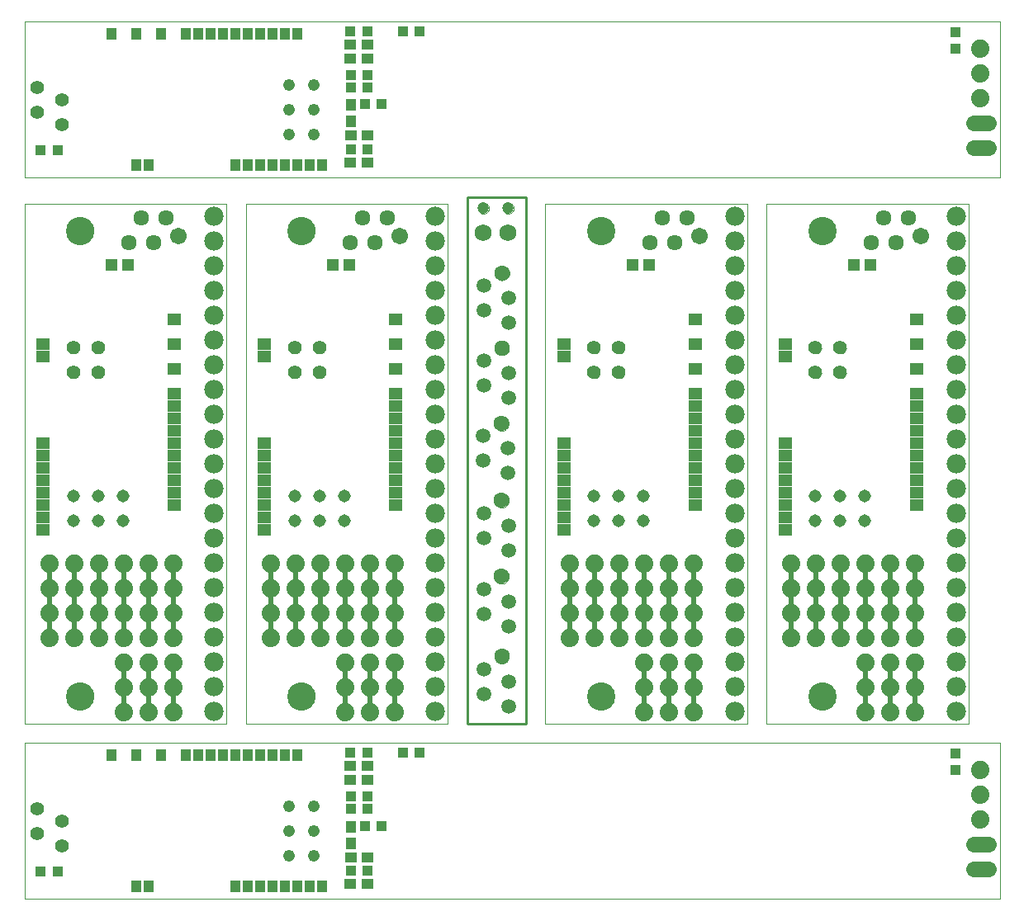
<source format=gts>
G75*
G70*
%OFA0B0*%
%FSLAX25Y25*%
%IPPOS*%
%LPD*%
%AMOC8*
5,1,8,0,0,1.08239X$1,22.5*
%
%ADD11C,0.06900*%
%ADD15C,0.05600*%
%ADD20C,0.07800*%
%ADD21C,0.06310*%
%ADD22R,0.04300X0.04400*%
%ADD24C,0.05520*%
%ADD25C,0.01000*%
%ADD27C,0.05940*%
%ADD32C,0.06400*%
%ADD35R,0.04730X0.04340*%
%ADD36R,0.04400X0.04300*%
%ADD40C,0.07400*%
%ADD42C,0.05160*%
%ADD46C,0.04760*%
%ADD52R,0.04340X0.04730*%
%ADD53C,0.06340*%
%ADD54C,0.11430*%
%ADD55R,0.04340X0.05120*%
%ADD56C,0.06710*%
%ADD61C,0.04730*%
%ADD62C,0.00000*%
%ADD66R,0.02000X0.03000*%
%ADD68R,0.05520X0.04740*%
%ADD69R,0.04700X0.04800*%
X0010000Y0012000D02*
G75*
%LPD*%
D62*
X0010000Y0012000D02*
X0403700Y0012000D01*
X0403700Y0074990D01*
X0010000Y0074990D01*
X0010000Y0012000D01*
D55*
X0055200Y0017180D03*
X0060200Y0017180D03*
X0095200Y0017180D03*
X0100200Y0017180D03*
X0105200Y0017180D03*
X0110200Y0017180D03*
X0115200Y0017180D03*
X0120200Y0017180D03*
X0125200Y0017180D03*
X0130200Y0017180D03*
X0120200Y0070180D03*
X0115200Y0070180D03*
X0110200Y0070180D03*
X0105200Y0070180D03*
X0100200Y0070180D03*
X0095200Y0070180D03*
X0090200Y0070180D03*
X0085200Y0070180D03*
X0080200Y0070180D03*
X0075200Y0070180D03*
X0065200Y0070180D03*
X0055200Y0070180D03*
X0045200Y0070180D03*
D46*
X0116700Y0049400D03*
X0126700Y0049400D03*
X0126700Y0039400D03*
X0116700Y0039400D03*
X0116700Y0029400D03*
X0126700Y0029400D03*
D22*
X0141810Y0023500D03*
X0148500Y0023500D03*
X0147330Y0041620D03*
X0154030Y0041620D03*
X0148500Y0048450D03*
X0141810Y0048450D03*
X0141770Y0053350D03*
X0148460Y0053350D03*
X0148340Y0071000D03*
X0141650Y0071000D03*
X0162920Y0071130D03*
X0169610Y0071130D03*
X0023340Y0023000D03*
X0016650Y0023000D03*
D15*
X0025000Y0033500D03*
X0015000Y0038500D03*
X0025000Y0043500D03*
X0015000Y0048500D03*
D36*
X0385800Y0064100D03*
X0385800Y0070790D03*
D32*
X0393030Y0034000D02*
X0399030Y0034000D01*
X0399030Y0024000D02*
X0393030Y0024000D01*
D35*
X0148420Y0028910D03*
X0141730Y0028910D03*
X0141650Y0018000D03*
X0148340Y0018000D03*
X0148340Y0060000D03*
X0141650Y0060000D03*
X0141650Y0065790D03*
X0148340Y0065790D03*
D52*
X0141700Y0041260D03*
X0141700Y0034570D03*
D40*
X0395980Y0044010D03*
X0395980Y0054010D03*
X0395980Y0064010D03*
X0010000Y0082970D02*
G75*
%LPD*%
D62*
X0091500Y0082970D02*
X0010000Y0082970D01*
X0010000Y0292970D01*
X0091500Y0292970D01*
X0091500Y0082970D01*
X0039700Y0222310D02*
X0039400Y0222330D01*
X0039100Y0222390D01*
X0038810Y0222480D01*
X0038540Y0222610D01*
X0038290Y0222780D01*
X0038060Y0222970D01*
X0037850Y0223200D01*
X0037680Y0223450D01*
X0037540Y0223710D01*
X0037440Y0224000D01*
X0037370Y0224290D01*
X0037340Y0224590D01*
X0037350Y0224900D01*
X0037400Y0225200D01*
X0037490Y0225490D01*
X0037610Y0225760D01*
X0037760Y0226020D01*
X0037950Y0226260D01*
X0038170Y0226470D01*
X0038410Y0226650D01*
X0038680Y0226800D01*
X0038960Y0226910D01*
X0039250Y0226990D01*
X0039550Y0227030D01*
X0039850Y0227030D01*
X0040150Y0226990D01*
X0040440Y0226910D01*
X0040720Y0226800D01*
X0040990Y0226650D01*
X0041230Y0226470D01*
X0041450Y0226260D01*
X0041640Y0226020D01*
X0041790Y0225760D01*
X0041910Y0225490D01*
X0042000Y0225200D01*
X0042050Y0224900D01*
X0042060Y0224590D01*
X0042030Y0224290D01*
X0041960Y0224000D01*
X0041860Y0223710D01*
X0041720Y0223450D01*
X0041550Y0223200D01*
X0041340Y0222970D01*
X0041110Y0222780D01*
X0040860Y0222610D01*
X0040590Y0222480D01*
X0040300Y0222390D01*
X0040000Y0222330D01*
X0039700Y0222310D01*
X0039700Y0232310D02*
X0039400Y0232330D01*
X0039100Y0232390D01*
X0038810Y0232480D01*
X0038540Y0232610D01*
X0038290Y0232780D01*
X0038060Y0232970D01*
X0037850Y0233200D01*
X0037680Y0233450D01*
X0037540Y0233710D01*
X0037440Y0234000D01*
X0037370Y0234290D01*
X0037340Y0234590D01*
X0037350Y0234900D01*
X0037400Y0235200D01*
X0037490Y0235490D01*
X0037610Y0235760D01*
X0037760Y0236020D01*
X0037950Y0236260D01*
X0038170Y0236470D01*
X0038410Y0236650D01*
X0038680Y0236800D01*
X0038960Y0236910D01*
X0039250Y0236990D01*
X0039550Y0237030D01*
X0039850Y0237030D01*
X0040150Y0236990D01*
X0040440Y0236910D01*
X0040720Y0236800D01*
X0040990Y0236650D01*
X0041230Y0236470D01*
X0041450Y0236260D01*
X0041640Y0236020D01*
X0041790Y0235760D01*
X0041910Y0235490D01*
X0042000Y0235200D01*
X0042050Y0234900D01*
X0042060Y0234590D01*
X0042030Y0234290D01*
X0041960Y0234000D01*
X0041860Y0233710D01*
X0041720Y0233450D01*
X0041550Y0233200D01*
X0041340Y0232970D01*
X0041110Y0232780D01*
X0040860Y0232610D01*
X0040590Y0232480D01*
X0040300Y0232390D01*
X0040000Y0232330D01*
X0039700Y0232310D01*
X0029700Y0232310D02*
X0029400Y0232330D01*
X0029100Y0232390D01*
X0028810Y0232480D01*
X0028540Y0232610D01*
X0028290Y0232780D01*
X0028060Y0232970D01*
X0027850Y0233200D01*
X0027680Y0233450D01*
X0027540Y0233710D01*
X0027440Y0234000D01*
X0027370Y0234290D01*
X0027340Y0234590D01*
X0027350Y0234900D01*
X0027400Y0235200D01*
X0027490Y0235490D01*
X0027610Y0235760D01*
X0027760Y0236020D01*
X0027950Y0236260D01*
X0028170Y0236470D01*
X0028410Y0236650D01*
X0028680Y0236800D01*
X0028960Y0236910D01*
X0029250Y0236990D01*
X0029550Y0237030D01*
X0029850Y0237030D01*
X0030150Y0236990D01*
X0030440Y0236910D01*
X0030720Y0236800D01*
X0030990Y0236650D01*
X0031230Y0236470D01*
X0031450Y0236260D01*
X0031640Y0236020D01*
X0031790Y0235760D01*
X0031910Y0235490D01*
X0032000Y0235200D01*
X0032050Y0234900D01*
X0032060Y0234590D01*
X0032030Y0234290D01*
X0031960Y0234000D01*
X0031860Y0233710D01*
X0031720Y0233450D01*
X0031550Y0233200D01*
X0031340Y0232970D01*
X0031110Y0232780D01*
X0030860Y0232610D01*
X0030590Y0232480D01*
X0030300Y0232390D01*
X0030000Y0232330D01*
X0029700Y0232310D01*
X0029700Y0222310D02*
X0029400Y0222330D01*
X0029100Y0222390D01*
X0028810Y0222480D01*
X0028540Y0222610D01*
X0028290Y0222780D01*
X0028060Y0222970D01*
X0027850Y0223200D01*
X0027680Y0223450D01*
X0027540Y0223710D01*
X0027440Y0224000D01*
X0027370Y0224290D01*
X0027340Y0224590D01*
X0027350Y0224900D01*
X0027400Y0225200D01*
X0027490Y0225490D01*
X0027610Y0225760D01*
X0027760Y0226020D01*
X0027950Y0226260D01*
X0028170Y0226470D01*
X0028410Y0226650D01*
X0028680Y0226800D01*
X0028960Y0226910D01*
X0029250Y0226990D01*
X0029550Y0227030D01*
X0029850Y0227030D01*
X0030150Y0226990D01*
X0030440Y0226910D01*
X0030720Y0226800D01*
X0030990Y0226650D01*
X0031230Y0226470D01*
X0031450Y0226260D01*
X0031640Y0226020D01*
X0031790Y0225760D01*
X0031910Y0225490D01*
X0032000Y0225200D01*
X0032050Y0224900D01*
X0032060Y0224590D01*
X0032030Y0224290D01*
X0031960Y0224000D01*
X0031860Y0223710D01*
X0031720Y0223450D01*
X0031550Y0223200D01*
X0031340Y0222970D01*
X0031110Y0222780D01*
X0030860Y0222610D01*
X0030590Y0222480D01*
X0030300Y0222390D01*
X0030000Y0222330D01*
X0029700Y0222310D01*
X0032500Y0276660D02*
X0032040Y0276680D01*
X0031590Y0276740D01*
X0031140Y0276840D01*
X0030710Y0276970D01*
X0030280Y0277140D01*
X0029880Y0277350D01*
X0029490Y0277590D01*
X0029130Y0277870D01*
X0028790Y0278180D01*
X0028470Y0278510D01*
X0028190Y0278870D01*
X0027940Y0279250D01*
X0027720Y0279650D01*
X0027540Y0280070D01*
X0027400Y0280500D01*
X0027290Y0280950D01*
X0027220Y0281400D01*
X0027190Y0281860D01*
X0027200Y0282310D01*
X0027250Y0282770D01*
X0027340Y0283220D01*
X0027460Y0283650D01*
X0027630Y0284080D01*
X0027830Y0284490D01*
X0028060Y0284880D01*
X0028330Y0285260D01*
X0028630Y0285600D01*
X0028950Y0285920D01*
X0029310Y0286210D01*
X0029680Y0286470D01*
X0030080Y0286700D01*
X0030490Y0286890D01*
X0030920Y0287040D01*
X0031370Y0287160D01*
X0031820Y0287240D01*
X0032270Y0287280D01*
X0032730Y0287280D01*
X0033180Y0287240D01*
X0033630Y0287160D01*
X0034080Y0287040D01*
X0034510Y0286890D01*
X0034920Y0286700D01*
X0035320Y0286470D01*
X0035690Y0286210D01*
X0036050Y0285920D01*
X0036370Y0285600D01*
X0036670Y0285260D01*
X0036940Y0284880D01*
X0037170Y0284490D01*
X0037370Y0284080D01*
X0037540Y0283650D01*
X0037660Y0283220D01*
X0037750Y0282770D01*
X0037800Y0282310D01*
X0037810Y0281860D01*
X0037780Y0281400D01*
X0037710Y0280950D01*
X0037600Y0280500D01*
X0037460Y0280070D01*
X0037280Y0279650D01*
X0037060Y0279250D01*
X0036810Y0278870D01*
X0036530Y0278510D01*
X0036210Y0278180D01*
X0035870Y0277870D01*
X0035510Y0277590D01*
X0035120Y0277350D01*
X0034720Y0277140D01*
X0034290Y0276970D01*
X0033860Y0276840D01*
X0033410Y0276740D01*
X0032960Y0276680D01*
X0032500Y0276660D01*
X0072200Y0276910D02*
X0071860Y0276930D01*
X0071520Y0276990D01*
X0071190Y0277090D01*
X0070880Y0277220D01*
X0070580Y0277400D01*
X0070300Y0277600D01*
X0070050Y0277840D01*
X0069830Y0278100D01*
X0069650Y0278380D01*
X0069490Y0278690D01*
X0069370Y0279010D01*
X0069290Y0279350D01*
X0069250Y0279690D01*
X0069250Y0280030D01*
X0069290Y0280370D01*
X0069370Y0280710D01*
X0069490Y0281030D01*
X0069650Y0281330D01*
X0069830Y0281620D01*
X0070050Y0281880D01*
X0070300Y0282120D01*
X0070580Y0282320D01*
X0070880Y0282500D01*
X0071190Y0282630D01*
X0071520Y0282730D01*
X0071860Y0282790D01*
X0072200Y0282810D01*
X0072540Y0282790D01*
X0072880Y0282730D01*
X0073210Y0282630D01*
X0073520Y0282500D01*
X0073820Y0282320D01*
X0074100Y0282120D01*
X0074350Y0281880D01*
X0074570Y0281620D01*
X0074750Y0281340D01*
X0074910Y0281030D01*
X0075030Y0280710D01*
X0075110Y0280370D01*
X0075150Y0280030D01*
X0075150Y0279690D01*
X0075110Y0279350D01*
X0075030Y0279010D01*
X0074910Y0278690D01*
X0074750Y0278380D01*
X0074570Y0278100D01*
X0074350Y0277840D01*
X0074100Y0277600D01*
X0073820Y0277400D01*
X0073520Y0277220D01*
X0073210Y0277090D01*
X0072880Y0276990D01*
X0072540Y0276930D01*
X0072200Y0276910D01*
X0032500Y0088660D02*
X0032040Y0088680D01*
X0031590Y0088740D01*
X0031140Y0088840D01*
X0030710Y0088970D01*
X0030280Y0089140D01*
X0029880Y0089350D01*
X0029490Y0089590D01*
X0029130Y0089870D01*
X0028790Y0090180D01*
X0028470Y0090510D01*
X0028190Y0090870D01*
X0027940Y0091250D01*
X0027720Y0091650D01*
X0027540Y0092070D01*
X0027400Y0092500D01*
X0027290Y0092950D01*
X0027220Y0093400D01*
X0027190Y0093860D01*
X0027200Y0094310D01*
X0027250Y0094770D01*
X0027340Y0095220D01*
X0027460Y0095650D01*
X0027630Y0096080D01*
X0027830Y0096490D01*
X0028060Y0096880D01*
X0028330Y0097260D01*
X0028630Y0097600D01*
X0028950Y0097920D01*
X0029310Y0098210D01*
X0029680Y0098470D01*
X0030080Y0098700D01*
X0030490Y0098890D01*
X0030920Y0099040D01*
X0031370Y0099160D01*
X0031820Y0099240D01*
X0032270Y0099280D01*
X0032730Y0099280D01*
X0033180Y0099240D01*
X0033630Y0099160D01*
X0034080Y0099040D01*
X0034510Y0098890D01*
X0034920Y0098700D01*
X0035320Y0098470D01*
X0035690Y0098210D01*
X0036050Y0097920D01*
X0036370Y0097600D01*
X0036670Y0097260D01*
X0036940Y0096880D01*
X0037170Y0096490D01*
X0037370Y0096080D01*
X0037540Y0095650D01*
X0037660Y0095220D01*
X0037750Y0094770D01*
X0037800Y0094310D01*
X0037810Y0093860D01*
X0037780Y0093400D01*
X0037710Y0092950D01*
X0037600Y0092500D01*
X0037460Y0092070D01*
X0037280Y0091650D01*
X0037060Y0091250D01*
X0036810Y0090870D01*
X0036530Y0090510D01*
X0036210Y0090180D01*
X0035870Y0089870D01*
X0035510Y0089590D01*
X0035120Y0089350D01*
X0034720Y0089140D01*
X0034290Y0088970D01*
X0033860Y0088840D01*
X0033410Y0088740D01*
X0032960Y0088680D01*
X0032500Y0088660D01*
D54*
X0032500Y0093970D03*
X0032500Y0281970D03*
D66*
X0030000Y0142470D03*
X0030000Y0132470D03*
X0030000Y0122470D03*
X0020000Y0122470D03*
X0020000Y0132470D03*
X0020000Y0142470D03*
X0040000Y0142470D03*
X0040000Y0132470D03*
X0040000Y0122470D03*
X0050000Y0122470D03*
X0050000Y0132470D03*
X0050000Y0142470D03*
X0060000Y0142470D03*
X0060000Y0132470D03*
X0060000Y0122470D03*
X0060000Y0102470D03*
X0060000Y0092470D03*
X0070000Y0092470D03*
X0070000Y0102470D03*
X0070000Y0122470D03*
X0070000Y0132470D03*
X0070000Y0142470D03*
X0050000Y0102470D03*
X0050000Y0092470D03*
D20*
X0086500Y0087970D03*
X0086500Y0097970D03*
X0086500Y0107970D03*
X0086500Y0117970D03*
X0086500Y0127970D03*
X0086500Y0137970D03*
X0086500Y0147970D03*
X0086500Y0157970D03*
X0086500Y0167970D03*
X0086500Y0177970D03*
X0086500Y0187970D03*
X0086500Y0197970D03*
X0086500Y0207970D03*
X0086500Y0217970D03*
X0086500Y0227970D03*
X0086500Y0237970D03*
X0086500Y0247970D03*
X0086500Y0257970D03*
X0086500Y0267970D03*
X0086500Y0277970D03*
X0086500Y0287970D03*
D68*
X0070480Y0246170D03*
X0070480Y0236170D03*
X0070480Y0226170D03*
X0070480Y0216170D03*
X0070480Y0211170D03*
X0070480Y0206170D03*
X0070480Y0201170D03*
X0070480Y0196170D03*
X0070480Y0191170D03*
X0070480Y0186170D03*
X0070480Y0181170D03*
X0070480Y0176170D03*
X0070480Y0171170D03*
X0017480Y0171170D03*
X0017480Y0166170D03*
X0017480Y0161170D03*
X0017480Y0176170D03*
X0017480Y0181170D03*
X0017480Y0186170D03*
X0017480Y0191170D03*
X0017480Y0196170D03*
X0017480Y0231170D03*
X0017480Y0236170D03*
D24*
X0029700Y0234670D03*
X0029700Y0224670D03*
X0039700Y0224670D03*
X0039700Y0234670D03*
D42*
X0039700Y0174670D03*
X0039700Y0164670D03*
X0029700Y0164670D03*
X0029700Y0174670D03*
X0049700Y0174670D03*
X0049700Y0164670D03*
D69*
X0051850Y0268270D03*
X0045160Y0268270D03*
D53*
X0052100Y0277070D03*
X0057100Y0287070D03*
X0062100Y0277070D03*
X0067100Y0287070D03*
D56*
X0072200Y0279860D03*
D40*
X0070000Y0147470D03*
X0070000Y0137470D03*
X0070000Y0127470D03*
X0070000Y0117470D03*
X0070000Y0107470D03*
X0070000Y0097470D03*
X0070000Y0087470D03*
X0060000Y0087470D03*
X0060000Y0097470D03*
X0060000Y0107470D03*
X0060000Y0117470D03*
X0060000Y0127470D03*
X0060000Y0137470D03*
X0060000Y0147470D03*
X0050000Y0147470D03*
X0050000Y0137470D03*
X0050000Y0127470D03*
X0050000Y0117470D03*
X0050000Y0107470D03*
X0050000Y0097470D03*
X0050000Y0087470D03*
X0040000Y0117470D03*
X0040000Y0127470D03*
X0040000Y0137470D03*
X0040000Y0147470D03*
X0030000Y0147470D03*
X0030000Y0137470D03*
X0030000Y0127470D03*
X0030000Y0117470D03*
X0020000Y0117470D03*
X0020000Y0127470D03*
X0020000Y0137470D03*
X0020000Y0147470D03*
X0099370Y0082970D02*
G75*
%LPD*%
D62*
X0180870Y0082970D02*
X0099370Y0082970D01*
X0099370Y0292970D01*
X0180870Y0292970D01*
X0180870Y0082970D01*
X0129070Y0222310D02*
X0128770Y0222330D01*
X0128470Y0222390D01*
X0128180Y0222480D01*
X0127910Y0222610D01*
X0127660Y0222780D01*
X0127430Y0222970D01*
X0127220Y0223200D01*
X0127050Y0223450D01*
X0126910Y0223710D01*
X0126810Y0224000D01*
X0126740Y0224290D01*
X0126710Y0224590D01*
X0126720Y0224900D01*
X0126770Y0225200D01*
X0126860Y0225490D01*
X0126980Y0225760D01*
X0127130Y0226020D01*
X0127320Y0226260D01*
X0127540Y0226470D01*
X0127780Y0226650D01*
X0128050Y0226800D01*
X0128330Y0226910D01*
X0128620Y0226990D01*
X0128920Y0227030D01*
X0129220Y0227030D01*
X0129520Y0226990D01*
X0129810Y0226910D01*
X0130090Y0226800D01*
X0130360Y0226650D01*
X0130600Y0226470D01*
X0130820Y0226260D01*
X0131010Y0226020D01*
X0131160Y0225760D01*
X0131280Y0225490D01*
X0131370Y0225200D01*
X0131420Y0224900D01*
X0131430Y0224590D01*
X0131400Y0224290D01*
X0131330Y0224000D01*
X0131230Y0223710D01*
X0131090Y0223450D01*
X0130920Y0223200D01*
X0130710Y0222970D01*
X0130480Y0222780D01*
X0130230Y0222610D01*
X0129960Y0222480D01*
X0129670Y0222390D01*
X0129370Y0222330D01*
X0129070Y0222310D01*
X0129070Y0232310D02*
X0128770Y0232330D01*
X0128470Y0232390D01*
X0128180Y0232480D01*
X0127910Y0232610D01*
X0127660Y0232780D01*
X0127430Y0232970D01*
X0127220Y0233200D01*
X0127050Y0233450D01*
X0126910Y0233710D01*
X0126810Y0234000D01*
X0126740Y0234290D01*
X0126710Y0234590D01*
X0126720Y0234900D01*
X0126770Y0235200D01*
X0126860Y0235490D01*
X0126980Y0235760D01*
X0127130Y0236020D01*
X0127320Y0236260D01*
X0127540Y0236470D01*
X0127780Y0236650D01*
X0128050Y0236800D01*
X0128330Y0236910D01*
X0128620Y0236990D01*
X0128920Y0237030D01*
X0129220Y0237030D01*
X0129520Y0236990D01*
X0129810Y0236910D01*
X0130090Y0236800D01*
X0130360Y0236650D01*
X0130600Y0236470D01*
X0130820Y0236260D01*
X0131010Y0236020D01*
X0131160Y0235760D01*
X0131280Y0235490D01*
X0131370Y0235200D01*
X0131420Y0234900D01*
X0131430Y0234590D01*
X0131400Y0234290D01*
X0131330Y0234000D01*
X0131230Y0233710D01*
X0131090Y0233450D01*
X0130920Y0233200D01*
X0130710Y0232970D01*
X0130480Y0232780D01*
X0130230Y0232610D01*
X0129960Y0232480D01*
X0129670Y0232390D01*
X0129370Y0232330D01*
X0129070Y0232310D01*
X0119070Y0232310D02*
X0118770Y0232330D01*
X0118470Y0232390D01*
X0118180Y0232480D01*
X0117910Y0232610D01*
X0117660Y0232780D01*
X0117430Y0232970D01*
X0117220Y0233200D01*
X0117050Y0233450D01*
X0116910Y0233710D01*
X0116810Y0234000D01*
X0116740Y0234290D01*
X0116710Y0234590D01*
X0116720Y0234900D01*
X0116770Y0235200D01*
X0116860Y0235490D01*
X0116980Y0235760D01*
X0117130Y0236020D01*
X0117320Y0236260D01*
X0117540Y0236470D01*
X0117780Y0236650D01*
X0118050Y0236800D01*
X0118330Y0236910D01*
X0118620Y0236990D01*
X0118920Y0237030D01*
X0119220Y0237030D01*
X0119520Y0236990D01*
X0119810Y0236910D01*
X0120090Y0236800D01*
X0120360Y0236650D01*
X0120600Y0236470D01*
X0120820Y0236260D01*
X0121010Y0236020D01*
X0121160Y0235760D01*
X0121280Y0235490D01*
X0121370Y0235200D01*
X0121420Y0234900D01*
X0121430Y0234590D01*
X0121400Y0234290D01*
X0121330Y0234000D01*
X0121230Y0233710D01*
X0121090Y0233450D01*
X0120920Y0233200D01*
X0120710Y0232970D01*
X0120480Y0232780D01*
X0120230Y0232610D01*
X0119960Y0232480D01*
X0119670Y0232390D01*
X0119370Y0232330D01*
X0119070Y0232310D01*
X0119070Y0222310D02*
X0118770Y0222330D01*
X0118470Y0222390D01*
X0118180Y0222480D01*
X0117910Y0222610D01*
X0117660Y0222780D01*
X0117430Y0222970D01*
X0117220Y0223200D01*
X0117050Y0223450D01*
X0116910Y0223710D01*
X0116810Y0224000D01*
X0116740Y0224290D01*
X0116710Y0224590D01*
X0116720Y0224900D01*
X0116770Y0225200D01*
X0116860Y0225490D01*
X0116980Y0225760D01*
X0117130Y0226020D01*
X0117320Y0226260D01*
X0117540Y0226470D01*
X0117780Y0226650D01*
X0118050Y0226800D01*
X0118330Y0226910D01*
X0118620Y0226990D01*
X0118920Y0227030D01*
X0119220Y0227030D01*
X0119520Y0226990D01*
X0119810Y0226910D01*
X0120090Y0226800D01*
X0120360Y0226650D01*
X0120600Y0226470D01*
X0120820Y0226260D01*
X0121010Y0226020D01*
X0121160Y0225760D01*
X0121280Y0225490D01*
X0121370Y0225200D01*
X0121420Y0224900D01*
X0121430Y0224590D01*
X0121400Y0224290D01*
X0121330Y0224000D01*
X0121230Y0223710D01*
X0121090Y0223450D01*
X0120920Y0223200D01*
X0120710Y0222970D01*
X0120480Y0222780D01*
X0120230Y0222610D01*
X0119960Y0222480D01*
X0119670Y0222390D01*
X0119370Y0222330D01*
X0119070Y0222310D01*
X0121870Y0276660D02*
X0121410Y0276680D01*
X0120960Y0276740D01*
X0120510Y0276840D01*
X0120080Y0276970D01*
X0119650Y0277140D01*
X0119250Y0277350D01*
X0118860Y0277590D01*
X0118500Y0277870D01*
X0118160Y0278180D01*
X0117840Y0278510D01*
X0117560Y0278870D01*
X0117310Y0279250D01*
X0117090Y0279650D01*
X0116910Y0280070D01*
X0116770Y0280500D01*
X0116660Y0280950D01*
X0116590Y0281400D01*
X0116560Y0281860D01*
X0116570Y0282310D01*
X0116620Y0282770D01*
X0116710Y0283220D01*
X0116830Y0283650D01*
X0117000Y0284080D01*
X0117200Y0284490D01*
X0117430Y0284880D01*
X0117700Y0285260D01*
X0118000Y0285600D01*
X0118320Y0285920D01*
X0118680Y0286210D01*
X0119050Y0286470D01*
X0119450Y0286700D01*
X0119860Y0286890D01*
X0120290Y0287040D01*
X0120740Y0287160D01*
X0121190Y0287240D01*
X0121640Y0287280D01*
X0122100Y0287280D01*
X0122550Y0287240D01*
X0123000Y0287160D01*
X0123450Y0287040D01*
X0123880Y0286890D01*
X0124290Y0286700D01*
X0124690Y0286470D01*
X0125060Y0286210D01*
X0125420Y0285920D01*
X0125740Y0285600D01*
X0126040Y0285260D01*
X0126310Y0284880D01*
X0126540Y0284490D01*
X0126740Y0284080D01*
X0126910Y0283650D01*
X0127030Y0283220D01*
X0127120Y0282770D01*
X0127170Y0282310D01*
X0127180Y0281860D01*
X0127150Y0281400D01*
X0127080Y0280950D01*
X0126970Y0280500D01*
X0126830Y0280070D01*
X0126650Y0279650D01*
X0126430Y0279250D01*
X0126180Y0278870D01*
X0125900Y0278510D01*
X0125580Y0278180D01*
X0125240Y0277870D01*
X0124880Y0277590D01*
X0124490Y0277350D01*
X0124090Y0277140D01*
X0123660Y0276970D01*
X0123230Y0276840D01*
X0122780Y0276740D01*
X0122330Y0276680D01*
X0121870Y0276660D01*
X0161570Y0276910D02*
X0161230Y0276930D01*
X0160890Y0276990D01*
X0160560Y0277090D01*
X0160250Y0277220D01*
X0159950Y0277400D01*
X0159670Y0277600D01*
X0159420Y0277840D01*
X0159200Y0278100D01*
X0159020Y0278380D01*
X0158860Y0278690D01*
X0158740Y0279010D01*
X0158660Y0279350D01*
X0158620Y0279690D01*
X0158620Y0280030D01*
X0158660Y0280370D01*
X0158740Y0280710D01*
X0158860Y0281030D01*
X0159020Y0281330D01*
X0159200Y0281620D01*
X0159420Y0281880D01*
X0159670Y0282120D01*
X0159950Y0282320D01*
X0160250Y0282500D01*
X0160560Y0282630D01*
X0160890Y0282730D01*
X0161230Y0282790D01*
X0161570Y0282810D01*
X0161910Y0282790D01*
X0162250Y0282730D01*
X0162580Y0282630D01*
X0162890Y0282500D01*
X0163190Y0282320D01*
X0163470Y0282120D01*
X0163720Y0281880D01*
X0163940Y0281620D01*
X0164120Y0281340D01*
X0164280Y0281030D01*
X0164400Y0280710D01*
X0164480Y0280370D01*
X0164520Y0280030D01*
X0164520Y0279690D01*
X0164480Y0279350D01*
X0164400Y0279010D01*
X0164280Y0278690D01*
X0164120Y0278380D01*
X0163940Y0278100D01*
X0163720Y0277840D01*
X0163470Y0277600D01*
X0163190Y0277400D01*
X0162890Y0277220D01*
X0162580Y0277090D01*
X0162250Y0276990D01*
X0161910Y0276930D01*
X0161570Y0276910D01*
X0121870Y0088660D02*
X0121410Y0088680D01*
X0120960Y0088740D01*
X0120510Y0088840D01*
X0120080Y0088970D01*
X0119650Y0089140D01*
X0119250Y0089350D01*
X0118860Y0089590D01*
X0118500Y0089870D01*
X0118160Y0090180D01*
X0117840Y0090510D01*
X0117560Y0090870D01*
X0117310Y0091250D01*
X0117090Y0091650D01*
X0116910Y0092070D01*
X0116770Y0092500D01*
X0116660Y0092950D01*
X0116590Y0093400D01*
X0116560Y0093860D01*
X0116570Y0094310D01*
X0116620Y0094770D01*
X0116710Y0095220D01*
X0116830Y0095650D01*
X0117000Y0096080D01*
X0117200Y0096490D01*
X0117430Y0096880D01*
X0117700Y0097260D01*
X0118000Y0097600D01*
X0118320Y0097920D01*
X0118680Y0098210D01*
X0119050Y0098470D01*
X0119450Y0098700D01*
X0119860Y0098890D01*
X0120290Y0099040D01*
X0120740Y0099160D01*
X0121190Y0099240D01*
X0121640Y0099280D01*
X0122100Y0099280D01*
X0122550Y0099240D01*
X0123000Y0099160D01*
X0123450Y0099040D01*
X0123880Y0098890D01*
X0124290Y0098700D01*
X0124690Y0098470D01*
X0125060Y0098210D01*
X0125420Y0097920D01*
X0125740Y0097600D01*
X0126040Y0097260D01*
X0126310Y0096880D01*
X0126540Y0096490D01*
X0126740Y0096080D01*
X0126910Y0095650D01*
X0127030Y0095220D01*
X0127120Y0094770D01*
X0127170Y0094310D01*
X0127180Y0093860D01*
X0127150Y0093400D01*
X0127080Y0092950D01*
X0126970Y0092500D01*
X0126830Y0092070D01*
X0126650Y0091650D01*
X0126430Y0091250D01*
X0126180Y0090870D01*
X0125900Y0090510D01*
X0125580Y0090180D01*
X0125240Y0089870D01*
X0124880Y0089590D01*
X0124490Y0089350D01*
X0124090Y0089140D01*
X0123660Y0088970D01*
X0123230Y0088840D01*
X0122780Y0088740D01*
X0122330Y0088680D01*
X0121870Y0088660D01*
D54*
X0121870Y0093970D03*
X0121870Y0281970D03*
D66*
X0119370Y0142470D03*
X0119370Y0132470D03*
X0119370Y0122470D03*
X0109370Y0122470D03*
X0109370Y0132470D03*
X0109370Y0142470D03*
X0129370Y0142470D03*
X0129370Y0132470D03*
X0129370Y0122470D03*
X0139370Y0122470D03*
X0139370Y0132470D03*
X0139370Y0142470D03*
X0149370Y0142470D03*
X0149370Y0132470D03*
X0149370Y0122470D03*
X0149370Y0102470D03*
X0149370Y0092470D03*
X0159370Y0092470D03*
X0159370Y0102470D03*
X0159370Y0122470D03*
X0159370Y0132470D03*
X0159370Y0142470D03*
X0139370Y0102470D03*
X0139370Y0092470D03*
D20*
X0175870Y0087970D03*
X0175870Y0097970D03*
X0175870Y0107970D03*
X0175870Y0117970D03*
X0175870Y0127970D03*
X0175870Y0137970D03*
X0175870Y0147970D03*
X0175870Y0157970D03*
X0175870Y0167970D03*
X0175870Y0177970D03*
X0175870Y0187970D03*
X0175870Y0197970D03*
X0175870Y0207970D03*
X0175870Y0217970D03*
X0175870Y0227970D03*
X0175870Y0237970D03*
X0175870Y0247970D03*
X0175870Y0257970D03*
X0175870Y0267970D03*
X0175870Y0277970D03*
X0175870Y0287970D03*
D68*
X0159850Y0246170D03*
X0159850Y0236170D03*
X0159850Y0226170D03*
X0159850Y0216170D03*
X0159850Y0211170D03*
X0159850Y0206170D03*
X0159850Y0201170D03*
X0159850Y0196170D03*
X0159850Y0191170D03*
X0159850Y0186170D03*
X0159850Y0181170D03*
X0159850Y0176170D03*
X0159850Y0171170D03*
X0106850Y0171170D03*
X0106850Y0166170D03*
X0106850Y0161170D03*
X0106850Y0176170D03*
X0106850Y0181170D03*
X0106850Y0186170D03*
X0106850Y0191170D03*
X0106850Y0196170D03*
X0106850Y0231170D03*
X0106850Y0236170D03*
D24*
X0119070Y0234670D03*
X0119070Y0224670D03*
X0129070Y0224670D03*
X0129070Y0234670D03*
D42*
X0129070Y0174670D03*
X0129070Y0164670D03*
X0119070Y0164670D03*
X0119070Y0174670D03*
X0139070Y0174670D03*
X0139070Y0164670D03*
D69*
X0141220Y0268270D03*
X0134530Y0268270D03*
D53*
X0141470Y0277070D03*
X0146470Y0287070D03*
X0151470Y0277070D03*
X0156470Y0287070D03*
D56*
X0161570Y0279860D03*
D40*
X0159370Y0147470D03*
X0159370Y0137470D03*
X0159370Y0127470D03*
X0159370Y0117470D03*
X0159370Y0107470D03*
X0159370Y0097470D03*
X0159370Y0087470D03*
X0149370Y0087470D03*
X0149370Y0097470D03*
X0149370Y0107470D03*
X0149370Y0117470D03*
X0149370Y0127470D03*
X0149370Y0137470D03*
X0149370Y0147470D03*
X0139370Y0147470D03*
X0139370Y0137470D03*
X0139370Y0127470D03*
X0139370Y0117470D03*
X0139370Y0107470D03*
X0139370Y0097470D03*
X0139370Y0087470D03*
X0129370Y0117470D03*
X0129370Y0127470D03*
X0129370Y0137470D03*
X0129370Y0147470D03*
X0119370Y0147470D03*
X0119370Y0137470D03*
X0119370Y0127470D03*
X0119370Y0117470D03*
X0109370Y0117470D03*
X0109370Y0127470D03*
X0109370Y0137470D03*
X0109370Y0147470D03*
X0188740Y0082970D02*
G75*
%LPD*%
D25*
X0188740Y0082970D02*
X0212360Y0082970D01*
X0212360Y0295570D01*
X0188740Y0295570D01*
X0188740Y0082970D01*
D27*
X0195450Y0094940D03*
X0195450Y0104940D03*
X0195350Y0127220D03*
X0195350Y0137220D03*
X0195420Y0157930D03*
X0195420Y0167930D03*
X0195320Y0189040D03*
X0195320Y0199040D03*
X0195490Y0219520D03*
X0195490Y0229520D03*
X0195580Y0249810D03*
X0195580Y0259810D03*
X0205580Y0254810D03*
X0205580Y0244810D03*
X0205490Y0224520D03*
X0205490Y0214520D03*
X0205320Y0194040D03*
X0205320Y0184040D03*
X0205420Y0162930D03*
X0205420Y0152930D03*
X0205350Y0132220D03*
X0205350Y0122220D03*
X0205450Y0099940D03*
X0205450Y0089940D03*
D62*
X0199710Y0110030D02*
X0199730Y0110370D01*
X0199790Y0110710D01*
X0199890Y0111040D01*
X0200020Y0111350D01*
X0200200Y0111650D01*
X0200400Y0111930D01*
X0200640Y0112180D01*
X0200900Y0112400D01*
X0201180Y0112580D01*
X0201490Y0112740D01*
X0201810Y0112860D01*
X0202150Y0112940D01*
X0202490Y0112980D01*
X0202830Y0112980D01*
X0203170Y0112940D01*
X0203510Y0112860D01*
X0203830Y0112740D01*
X0204130Y0112580D01*
X0204420Y0112400D01*
X0204680Y0112180D01*
X0204920Y0111930D01*
X0205120Y0111650D01*
X0205300Y0111350D01*
X0205430Y0111040D01*
X0205530Y0110710D01*
X0205590Y0110370D01*
X0205610Y0110030D01*
X0205590Y0109690D01*
X0205530Y0109350D01*
X0205430Y0109020D01*
X0205300Y0108710D01*
X0205120Y0108410D01*
X0204920Y0108130D01*
X0204680Y0107880D01*
X0204420Y0107660D01*
X0204140Y0107480D01*
X0203830Y0107320D01*
X0203510Y0107200D01*
X0203170Y0107120D01*
X0202830Y0107080D01*
X0202490Y0107080D01*
X0202150Y0107120D01*
X0201810Y0107200D01*
X0201490Y0107320D01*
X0201180Y0107480D01*
X0200900Y0107660D01*
X0200640Y0107880D01*
X0200400Y0108130D01*
X0200200Y0108410D01*
X0200020Y0108710D01*
X0199890Y0109020D01*
X0199790Y0109350D01*
X0199730Y0109690D01*
X0199710Y0110030D01*
X0199610Y0142320D02*
X0199630Y0142660D01*
X0199690Y0143000D01*
X0199790Y0143330D01*
X0199920Y0143640D01*
X0200100Y0143940D01*
X0200300Y0144220D01*
X0200540Y0144470D01*
X0200800Y0144690D01*
X0201080Y0144870D01*
X0201390Y0145030D01*
X0201710Y0145150D01*
X0202050Y0145230D01*
X0202390Y0145270D01*
X0202730Y0145270D01*
X0203070Y0145230D01*
X0203410Y0145150D01*
X0203730Y0145030D01*
X0204030Y0144870D01*
X0204320Y0144690D01*
X0204580Y0144470D01*
X0204820Y0144220D01*
X0205020Y0143940D01*
X0205200Y0143640D01*
X0205330Y0143330D01*
X0205430Y0143000D01*
X0205490Y0142660D01*
X0205510Y0142320D01*
X0205490Y0141980D01*
X0205430Y0141640D01*
X0205330Y0141310D01*
X0205200Y0141000D01*
X0205020Y0140700D01*
X0204820Y0140420D01*
X0204580Y0140170D01*
X0204320Y0139950D01*
X0204040Y0139770D01*
X0203730Y0139610D01*
X0203410Y0139490D01*
X0203070Y0139410D01*
X0202730Y0139370D01*
X0202390Y0139370D01*
X0202050Y0139410D01*
X0201710Y0139490D01*
X0201390Y0139610D01*
X0201080Y0139770D01*
X0200800Y0139950D01*
X0200540Y0140170D01*
X0200300Y0140420D01*
X0200100Y0140700D01*
X0199920Y0141000D01*
X0199790Y0141310D01*
X0199690Y0141640D01*
X0199630Y0141980D01*
X0199610Y0142320D01*
X0199680Y0173030D02*
X0199700Y0173370D01*
X0199760Y0173710D01*
X0199860Y0174040D01*
X0199990Y0174350D01*
X0200170Y0174650D01*
X0200370Y0174930D01*
X0200610Y0175180D01*
X0200870Y0175400D01*
X0201150Y0175580D01*
X0201460Y0175740D01*
X0201780Y0175860D01*
X0202120Y0175940D01*
X0202460Y0175980D01*
X0202800Y0175980D01*
X0203140Y0175940D01*
X0203480Y0175860D01*
X0203800Y0175740D01*
X0204100Y0175580D01*
X0204390Y0175400D01*
X0204650Y0175180D01*
X0204890Y0174930D01*
X0205090Y0174650D01*
X0205270Y0174350D01*
X0205400Y0174040D01*
X0205500Y0173710D01*
X0205560Y0173370D01*
X0205580Y0173030D01*
X0205560Y0172690D01*
X0205500Y0172350D01*
X0205400Y0172020D01*
X0205270Y0171710D01*
X0205090Y0171410D01*
X0204890Y0171130D01*
X0204650Y0170880D01*
X0204390Y0170660D01*
X0204110Y0170480D01*
X0203800Y0170320D01*
X0203480Y0170200D01*
X0203140Y0170120D01*
X0202800Y0170080D01*
X0202460Y0170080D01*
X0202120Y0170120D01*
X0201780Y0170200D01*
X0201460Y0170320D01*
X0201150Y0170480D01*
X0200870Y0170660D01*
X0200610Y0170880D01*
X0200370Y0171130D01*
X0200170Y0171410D01*
X0199990Y0171710D01*
X0199860Y0172020D01*
X0199760Y0172350D01*
X0199700Y0172690D01*
X0199680Y0173030D01*
X0199580Y0204130D02*
X0199600Y0204470D01*
X0199660Y0204810D01*
X0199760Y0205140D01*
X0199890Y0205450D01*
X0200070Y0205750D01*
X0200270Y0206030D01*
X0200510Y0206280D01*
X0200770Y0206500D01*
X0201050Y0206680D01*
X0201360Y0206840D01*
X0201680Y0206960D01*
X0202020Y0207040D01*
X0202360Y0207080D01*
X0202700Y0207080D01*
X0203040Y0207040D01*
X0203380Y0206960D01*
X0203700Y0206840D01*
X0204000Y0206680D01*
X0204290Y0206500D01*
X0204550Y0206280D01*
X0204790Y0206030D01*
X0204990Y0205750D01*
X0205170Y0205450D01*
X0205300Y0205140D01*
X0205400Y0204810D01*
X0205460Y0204470D01*
X0205480Y0204130D01*
X0205460Y0203790D01*
X0205400Y0203450D01*
X0205300Y0203120D01*
X0205170Y0202810D01*
X0204990Y0202510D01*
X0204790Y0202230D01*
X0204550Y0201980D01*
X0204290Y0201760D01*
X0204010Y0201580D01*
X0203700Y0201420D01*
X0203380Y0201300D01*
X0203040Y0201220D01*
X0202700Y0201180D01*
X0202360Y0201180D01*
X0202020Y0201220D01*
X0201680Y0201300D01*
X0201360Y0201420D01*
X0201050Y0201580D01*
X0200770Y0201760D01*
X0200510Y0201980D01*
X0200270Y0202230D01*
X0200070Y0202510D01*
X0199890Y0202810D01*
X0199760Y0203120D01*
X0199660Y0203450D01*
X0199600Y0203790D01*
X0199580Y0204130D01*
X0199750Y0234620D02*
X0199770Y0234960D01*
X0199830Y0235300D01*
X0199930Y0235630D01*
X0200060Y0235940D01*
X0200240Y0236240D01*
X0200440Y0236520D01*
X0200680Y0236770D01*
X0200940Y0236990D01*
X0201220Y0237170D01*
X0201530Y0237330D01*
X0201850Y0237450D01*
X0202190Y0237530D01*
X0202530Y0237570D01*
X0202870Y0237570D01*
X0203210Y0237530D01*
X0203550Y0237450D01*
X0203870Y0237330D01*
X0204170Y0237170D01*
X0204460Y0236990D01*
X0204720Y0236770D01*
X0204960Y0236520D01*
X0205160Y0236240D01*
X0205340Y0235940D01*
X0205470Y0235630D01*
X0205570Y0235300D01*
X0205630Y0234960D01*
X0205650Y0234620D01*
X0205630Y0234280D01*
X0205570Y0233940D01*
X0205470Y0233610D01*
X0205340Y0233300D01*
X0205160Y0233000D01*
X0204960Y0232720D01*
X0204720Y0232470D01*
X0204460Y0232250D01*
X0204180Y0232070D01*
X0203870Y0231910D01*
X0203550Y0231790D01*
X0203210Y0231710D01*
X0202870Y0231670D01*
X0202530Y0231670D01*
X0202190Y0231710D01*
X0201850Y0231790D01*
X0201530Y0231910D01*
X0201220Y0232070D01*
X0200940Y0232250D01*
X0200680Y0232470D01*
X0200440Y0232720D01*
X0200240Y0233000D01*
X0200060Y0233300D01*
X0199930Y0233610D01*
X0199830Y0233940D01*
X0199770Y0234280D01*
X0199750Y0234620D01*
X0199840Y0264900D02*
X0199860Y0265240D01*
X0199920Y0265580D01*
X0200020Y0265910D01*
X0200150Y0266220D01*
X0200330Y0266520D01*
X0200530Y0266800D01*
X0200770Y0267050D01*
X0201030Y0267270D01*
X0201310Y0267450D01*
X0201620Y0267610D01*
X0201940Y0267730D01*
X0202280Y0267810D01*
X0202620Y0267850D01*
X0202960Y0267850D01*
X0203300Y0267810D01*
X0203640Y0267730D01*
X0203960Y0267610D01*
X0204260Y0267450D01*
X0204550Y0267270D01*
X0204810Y0267050D01*
X0205050Y0266800D01*
X0205250Y0266520D01*
X0205430Y0266220D01*
X0205560Y0265910D01*
X0205660Y0265580D01*
X0205720Y0265240D01*
X0205740Y0264900D01*
X0205720Y0264560D01*
X0205660Y0264220D01*
X0205560Y0263890D01*
X0205430Y0263580D01*
X0205250Y0263280D01*
X0205050Y0263000D01*
X0204810Y0262750D01*
X0204550Y0262530D01*
X0204270Y0262350D01*
X0203960Y0262190D01*
X0203640Y0262070D01*
X0203300Y0261990D01*
X0202960Y0261950D01*
X0202620Y0261950D01*
X0202280Y0261990D01*
X0201940Y0262070D01*
X0201620Y0262190D01*
X0201310Y0262350D01*
X0201030Y0262530D01*
X0200770Y0262750D01*
X0200530Y0263000D01*
X0200330Y0263280D01*
X0200150Y0263580D01*
X0200020Y0263890D01*
X0199920Y0264220D01*
X0199860Y0264560D01*
X0199840Y0264900D01*
X0193110Y0291000D02*
X0193130Y0291290D01*
X0193190Y0291570D01*
X0193280Y0291850D01*
X0193410Y0292110D01*
X0193580Y0292340D01*
X0193770Y0292560D01*
X0193990Y0292750D01*
X0194240Y0292900D01*
X0194500Y0293030D01*
X0194780Y0293110D01*
X0195060Y0293160D01*
X0195350Y0293170D01*
X0195640Y0293140D01*
X0195920Y0293070D01*
X0196190Y0292970D01*
X0196450Y0292830D01*
X0196680Y0292660D01*
X0196890Y0292460D01*
X0197070Y0292230D01*
X0197220Y0291980D01*
X0197330Y0291710D01*
X0197410Y0291430D01*
X0197450Y0291140D01*
X0197450Y0290860D01*
X0197410Y0290570D01*
X0197330Y0290290D01*
X0197220Y0290020D01*
X0197070Y0289770D01*
X0196890Y0289540D01*
X0196680Y0289340D01*
X0196450Y0289170D01*
X0196190Y0289030D01*
X0195920Y0288930D01*
X0195640Y0288860D01*
X0195350Y0288830D01*
X0195060Y0288840D01*
X0194780Y0288890D01*
X0194500Y0288970D01*
X0194240Y0289100D01*
X0193990Y0289250D01*
X0193770Y0289440D01*
X0193580Y0289660D01*
X0193410Y0289890D01*
X0193280Y0290150D01*
X0193190Y0290430D01*
X0193130Y0290710D01*
X0193110Y0291000D01*
X0203110Y0291000D02*
X0203130Y0291290D01*
X0203190Y0291570D01*
X0203280Y0291850D01*
X0203410Y0292110D01*
X0203580Y0292340D01*
X0203770Y0292560D01*
X0203990Y0292750D01*
X0204240Y0292900D01*
X0204500Y0293030D01*
X0204780Y0293110D01*
X0205060Y0293160D01*
X0205350Y0293170D01*
X0205640Y0293140D01*
X0205920Y0293070D01*
X0206190Y0292970D01*
X0206450Y0292830D01*
X0206680Y0292660D01*
X0206890Y0292460D01*
X0207070Y0292230D01*
X0207220Y0291980D01*
X0207330Y0291710D01*
X0207410Y0291430D01*
X0207450Y0291140D01*
X0207450Y0290860D01*
X0207410Y0290570D01*
X0207330Y0290290D01*
X0207220Y0290020D01*
X0207070Y0289770D01*
X0206890Y0289540D01*
X0206680Y0289340D01*
X0206450Y0289170D01*
X0206190Y0289030D01*
X0205920Y0288930D01*
X0205640Y0288860D01*
X0205350Y0288830D01*
X0205060Y0288840D01*
X0204780Y0288890D01*
X0204500Y0288970D01*
X0204240Y0289100D01*
X0203990Y0289250D01*
X0203770Y0289440D01*
X0203580Y0289660D01*
X0203410Y0289890D01*
X0203280Y0290150D01*
X0203190Y0290430D01*
X0203130Y0290710D01*
X0203110Y0291000D01*
D21*
X0202790Y0264900D03*
X0202700Y0234620D03*
X0202530Y0204130D03*
X0202630Y0173030D03*
X0202560Y0142320D03*
X0202660Y0110030D03*
D11*
X0205280Y0281000D03*
X0195280Y0281000D03*
D61*
X0195280Y0291000D03*
X0205280Y0291000D03*
X0220230Y0082970D02*
G75*
%LPD*%
D62*
X0301730Y0082970D02*
X0220230Y0082970D01*
X0220230Y0292970D01*
X0301730Y0292970D01*
X0301730Y0082970D01*
X0249930Y0222310D02*
X0249630Y0222330D01*
X0249330Y0222390D01*
X0249040Y0222480D01*
X0248770Y0222610D01*
X0248520Y0222780D01*
X0248290Y0222970D01*
X0248080Y0223200D01*
X0247910Y0223450D01*
X0247770Y0223710D01*
X0247670Y0224000D01*
X0247600Y0224290D01*
X0247570Y0224590D01*
X0247580Y0224900D01*
X0247630Y0225200D01*
X0247720Y0225490D01*
X0247840Y0225760D01*
X0247990Y0226020D01*
X0248180Y0226260D01*
X0248400Y0226470D01*
X0248640Y0226650D01*
X0248910Y0226800D01*
X0249190Y0226910D01*
X0249480Y0226990D01*
X0249780Y0227030D01*
X0250080Y0227030D01*
X0250380Y0226990D01*
X0250670Y0226910D01*
X0250950Y0226800D01*
X0251220Y0226650D01*
X0251460Y0226470D01*
X0251680Y0226260D01*
X0251870Y0226020D01*
X0252020Y0225760D01*
X0252140Y0225490D01*
X0252230Y0225200D01*
X0252280Y0224900D01*
X0252290Y0224590D01*
X0252260Y0224290D01*
X0252190Y0224000D01*
X0252090Y0223710D01*
X0251950Y0223450D01*
X0251780Y0223200D01*
X0251570Y0222970D01*
X0251340Y0222780D01*
X0251090Y0222610D01*
X0250820Y0222480D01*
X0250530Y0222390D01*
X0250230Y0222330D01*
X0249930Y0222310D01*
X0249930Y0232310D02*
X0249630Y0232330D01*
X0249330Y0232390D01*
X0249040Y0232480D01*
X0248770Y0232610D01*
X0248520Y0232780D01*
X0248290Y0232970D01*
X0248080Y0233200D01*
X0247910Y0233450D01*
X0247770Y0233710D01*
X0247670Y0234000D01*
X0247600Y0234290D01*
X0247570Y0234590D01*
X0247580Y0234900D01*
X0247630Y0235200D01*
X0247720Y0235490D01*
X0247840Y0235760D01*
X0247990Y0236020D01*
X0248180Y0236260D01*
X0248400Y0236470D01*
X0248640Y0236650D01*
X0248910Y0236800D01*
X0249190Y0236910D01*
X0249480Y0236990D01*
X0249780Y0237030D01*
X0250080Y0237030D01*
X0250380Y0236990D01*
X0250670Y0236910D01*
X0250950Y0236800D01*
X0251220Y0236650D01*
X0251460Y0236470D01*
X0251680Y0236260D01*
X0251870Y0236020D01*
X0252020Y0235760D01*
X0252140Y0235490D01*
X0252230Y0235200D01*
X0252280Y0234900D01*
X0252290Y0234590D01*
X0252260Y0234290D01*
X0252190Y0234000D01*
X0252090Y0233710D01*
X0251950Y0233450D01*
X0251780Y0233200D01*
X0251570Y0232970D01*
X0251340Y0232780D01*
X0251090Y0232610D01*
X0250820Y0232480D01*
X0250530Y0232390D01*
X0250230Y0232330D01*
X0249930Y0232310D01*
X0239930Y0232310D02*
X0239630Y0232330D01*
X0239330Y0232390D01*
X0239040Y0232480D01*
X0238770Y0232610D01*
X0238520Y0232780D01*
X0238290Y0232970D01*
X0238080Y0233200D01*
X0237910Y0233450D01*
X0237770Y0233710D01*
X0237670Y0234000D01*
X0237600Y0234290D01*
X0237570Y0234590D01*
X0237580Y0234900D01*
X0237630Y0235200D01*
X0237720Y0235490D01*
X0237840Y0235760D01*
X0237990Y0236020D01*
X0238180Y0236260D01*
X0238400Y0236470D01*
X0238640Y0236650D01*
X0238910Y0236800D01*
X0239190Y0236910D01*
X0239480Y0236990D01*
X0239780Y0237030D01*
X0240080Y0237030D01*
X0240380Y0236990D01*
X0240670Y0236910D01*
X0240950Y0236800D01*
X0241220Y0236650D01*
X0241460Y0236470D01*
X0241680Y0236260D01*
X0241870Y0236020D01*
X0242020Y0235760D01*
X0242140Y0235490D01*
X0242230Y0235200D01*
X0242280Y0234900D01*
X0242290Y0234590D01*
X0242260Y0234290D01*
X0242190Y0234000D01*
X0242090Y0233710D01*
X0241950Y0233450D01*
X0241780Y0233200D01*
X0241570Y0232970D01*
X0241340Y0232780D01*
X0241090Y0232610D01*
X0240820Y0232480D01*
X0240530Y0232390D01*
X0240230Y0232330D01*
X0239930Y0232310D01*
X0239930Y0222310D02*
X0239630Y0222330D01*
X0239330Y0222390D01*
X0239040Y0222480D01*
X0238770Y0222610D01*
X0238520Y0222780D01*
X0238290Y0222970D01*
X0238080Y0223200D01*
X0237910Y0223450D01*
X0237770Y0223710D01*
X0237670Y0224000D01*
X0237600Y0224290D01*
X0237570Y0224590D01*
X0237580Y0224900D01*
X0237630Y0225200D01*
X0237720Y0225490D01*
X0237840Y0225760D01*
X0237990Y0226020D01*
X0238180Y0226260D01*
X0238400Y0226470D01*
X0238640Y0226650D01*
X0238910Y0226800D01*
X0239190Y0226910D01*
X0239480Y0226990D01*
X0239780Y0227030D01*
X0240080Y0227030D01*
X0240380Y0226990D01*
X0240670Y0226910D01*
X0240950Y0226800D01*
X0241220Y0226650D01*
X0241460Y0226470D01*
X0241680Y0226260D01*
X0241870Y0226020D01*
X0242020Y0225760D01*
X0242140Y0225490D01*
X0242230Y0225200D01*
X0242280Y0224900D01*
X0242290Y0224590D01*
X0242260Y0224290D01*
X0242190Y0224000D01*
X0242090Y0223710D01*
X0241950Y0223450D01*
X0241780Y0223200D01*
X0241570Y0222970D01*
X0241340Y0222780D01*
X0241090Y0222610D01*
X0240820Y0222480D01*
X0240530Y0222390D01*
X0240230Y0222330D01*
X0239930Y0222310D01*
X0242730Y0276660D02*
X0242270Y0276680D01*
X0241820Y0276740D01*
X0241370Y0276840D01*
X0240940Y0276970D01*
X0240510Y0277140D01*
X0240110Y0277350D01*
X0239720Y0277590D01*
X0239360Y0277870D01*
X0239020Y0278180D01*
X0238700Y0278510D01*
X0238420Y0278870D01*
X0238170Y0279250D01*
X0237950Y0279650D01*
X0237770Y0280070D01*
X0237630Y0280500D01*
X0237520Y0280950D01*
X0237450Y0281400D01*
X0237420Y0281860D01*
X0237430Y0282310D01*
X0237480Y0282770D01*
X0237570Y0283220D01*
X0237690Y0283650D01*
X0237860Y0284080D01*
X0238060Y0284490D01*
X0238290Y0284880D01*
X0238560Y0285260D01*
X0238860Y0285600D01*
X0239180Y0285920D01*
X0239540Y0286210D01*
X0239910Y0286470D01*
X0240310Y0286700D01*
X0240720Y0286890D01*
X0241150Y0287040D01*
X0241600Y0287160D01*
X0242050Y0287240D01*
X0242500Y0287280D01*
X0242960Y0287280D01*
X0243410Y0287240D01*
X0243860Y0287160D01*
X0244310Y0287040D01*
X0244740Y0286890D01*
X0245150Y0286700D01*
X0245550Y0286470D01*
X0245920Y0286210D01*
X0246280Y0285920D01*
X0246600Y0285600D01*
X0246900Y0285260D01*
X0247170Y0284880D01*
X0247400Y0284490D01*
X0247600Y0284080D01*
X0247770Y0283650D01*
X0247890Y0283220D01*
X0247980Y0282770D01*
X0248030Y0282310D01*
X0248040Y0281860D01*
X0248010Y0281400D01*
X0247940Y0280950D01*
X0247830Y0280500D01*
X0247690Y0280070D01*
X0247510Y0279650D01*
X0247290Y0279250D01*
X0247040Y0278870D01*
X0246760Y0278510D01*
X0246440Y0278180D01*
X0246100Y0277870D01*
X0245740Y0277590D01*
X0245350Y0277350D01*
X0244950Y0277140D01*
X0244520Y0276970D01*
X0244090Y0276840D01*
X0243640Y0276740D01*
X0243190Y0276680D01*
X0242730Y0276660D01*
X0282430Y0276910D02*
X0282090Y0276930D01*
X0281750Y0276990D01*
X0281420Y0277090D01*
X0281110Y0277220D01*
X0280810Y0277400D01*
X0280530Y0277600D01*
X0280280Y0277840D01*
X0280060Y0278100D01*
X0279880Y0278380D01*
X0279720Y0278690D01*
X0279600Y0279010D01*
X0279520Y0279350D01*
X0279480Y0279690D01*
X0279480Y0280030D01*
X0279520Y0280370D01*
X0279600Y0280710D01*
X0279720Y0281030D01*
X0279880Y0281330D01*
X0280060Y0281620D01*
X0280280Y0281880D01*
X0280530Y0282120D01*
X0280810Y0282320D01*
X0281110Y0282500D01*
X0281420Y0282630D01*
X0281750Y0282730D01*
X0282090Y0282790D01*
X0282430Y0282810D01*
X0282770Y0282790D01*
X0283110Y0282730D01*
X0283440Y0282630D01*
X0283750Y0282500D01*
X0284050Y0282320D01*
X0284330Y0282120D01*
X0284580Y0281880D01*
X0284800Y0281620D01*
X0284980Y0281340D01*
X0285140Y0281030D01*
X0285260Y0280710D01*
X0285340Y0280370D01*
X0285380Y0280030D01*
X0285380Y0279690D01*
X0285340Y0279350D01*
X0285260Y0279010D01*
X0285140Y0278690D01*
X0284980Y0278380D01*
X0284800Y0278100D01*
X0284580Y0277840D01*
X0284330Y0277600D01*
X0284050Y0277400D01*
X0283750Y0277220D01*
X0283440Y0277090D01*
X0283110Y0276990D01*
X0282770Y0276930D01*
X0282430Y0276910D01*
X0242730Y0088660D02*
X0242270Y0088680D01*
X0241820Y0088740D01*
X0241370Y0088840D01*
X0240940Y0088970D01*
X0240510Y0089140D01*
X0240110Y0089350D01*
X0239720Y0089590D01*
X0239360Y0089870D01*
X0239020Y0090180D01*
X0238700Y0090510D01*
X0238420Y0090870D01*
X0238170Y0091250D01*
X0237950Y0091650D01*
X0237770Y0092070D01*
X0237630Y0092500D01*
X0237520Y0092950D01*
X0237450Y0093400D01*
X0237420Y0093860D01*
X0237430Y0094310D01*
X0237480Y0094770D01*
X0237570Y0095220D01*
X0237690Y0095650D01*
X0237860Y0096080D01*
X0238060Y0096490D01*
X0238290Y0096880D01*
X0238560Y0097260D01*
X0238860Y0097600D01*
X0239180Y0097920D01*
X0239540Y0098210D01*
X0239910Y0098470D01*
X0240310Y0098700D01*
X0240720Y0098890D01*
X0241150Y0099040D01*
X0241600Y0099160D01*
X0242050Y0099240D01*
X0242500Y0099280D01*
X0242960Y0099280D01*
X0243410Y0099240D01*
X0243860Y0099160D01*
X0244310Y0099040D01*
X0244740Y0098890D01*
X0245150Y0098700D01*
X0245550Y0098470D01*
X0245920Y0098210D01*
X0246280Y0097920D01*
X0246600Y0097600D01*
X0246900Y0097260D01*
X0247170Y0096880D01*
X0247400Y0096490D01*
X0247600Y0096080D01*
X0247770Y0095650D01*
X0247890Y0095220D01*
X0247980Y0094770D01*
X0248030Y0094310D01*
X0248040Y0093860D01*
X0248010Y0093400D01*
X0247940Y0092950D01*
X0247830Y0092500D01*
X0247690Y0092070D01*
X0247510Y0091650D01*
X0247290Y0091250D01*
X0247040Y0090870D01*
X0246760Y0090510D01*
X0246440Y0090180D01*
X0246100Y0089870D01*
X0245740Y0089590D01*
X0245350Y0089350D01*
X0244950Y0089140D01*
X0244520Y0088970D01*
X0244090Y0088840D01*
X0243640Y0088740D01*
X0243190Y0088680D01*
X0242730Y0088660D01*
D54*
X0242730Y0093970D03*
X0242730Y0281970D03*
D66*
X0240230Y0142470D03*
X0240230Y0132470D03*
X0240230Y0122470D03*
X0230230Y0122470D03*
X0230230Y0132470D03*
X0230230Y0142470D03*
X0250230Y0142470D03*
X0250230Y0132470D03*
X0250230Y0122470D03*
X0260230Y0122470D03*
X0260230Y0132470D03*
X0260230Y0142470D03*
X0270230Y0142470D03*
X0270230Y0132470D03*
X0270230Y0122470D03*
X0270230Y0102470D03*
X0270230Y0092470D03*
X0280230Y0092470D03*
X0280230Y0102470D03*
X0280230Y0122470D03*
X0280230Y0132470D03*
X0280230Y0142470D03*
X0260230Y0102470D03*
X0260230Y0092470D03*
D20*
X0296730Y0087970D03*
X0296730Y0097970D03*
X0296730Y0107970D03*
X0296730Y0117970D03*
X0296730Y0127970D03*
X0296730Y0137970D03*
X0296730Y0147970D03*
X0296730Y0157970D03*
X0296730Y0167970D03*
X0296730Y0177970D03*
X0296730Y0187970D03*
X0296730Y0197970D03*
X0296730Y0207970D03*
X0296730Y0217970D03*
X0296730Y0227970D03*
X0296730Y0237970D03*
X0296730Y0247970D03*
X0296730Y0257970D03*
X0296730Y0267970D03*
X0296730Y0277970D03*
X0296730Y0287970D03*
D68*
X0280710Y0246170D03*
X0280710Y0236170D03*
X0280710Y0226170D03*
X0280710Y0216170D03*
X0280710Y0211170D03*
X0280710Y0206170D03*
X0280710Y0201170D03*
X0280710Y0196170D03*
X0280710Y0191170D03*
X0280710Y0186170D03*
X0280710Y0181170D03*
X0280710Y0176170D03*
X0280710Y0171170D03*
X0227710Y0171170D03*
X0227710Y0166170D03*
X0227710Y0161170D03*
X0227710Y0176170D03*
X0227710Y0181170D03*
X0227710Y0186170D03*
X0227710Y0191170D03*
X0227710Y0196170D03*
X0227710Y0231170D03*
X0227710Y0236170D03*
D24*
X0239930Y0234670D03*
X0239930Y0224670D03*
X0249930Y0224670D03*
X0249930Y0234670D03*
D42*
X0249930Y0174670D03*
X0249930Y0164670D03*
X0239930Y0164670D03*
X0239930Y0174670D03*
X0259930Y0174670D03*
X0259930Y0164670D03*
D69*
X0262080Y0268270D03*
X0255390Y0268270D03*
D53*
X0262330Y0277070D03*
X0267330Y0287070D03*
X0272330Y0277070D03*
X0277330Y0287070D03*
D56*
X0282430Y0279860D03*
D40*
X0280230Y0147470D03*
X0280230Y0137470D03*
X0280230Y0127470D03*
X0280230Y0117470D03*
X0280230Y0107470D03*
X0280230Y0097470D03*
X0280230Y0087470D03*
X0270230Y0087470D03*
X0270230Y0097470D03*
X0270230Y0107470D03*
X0270230Y0117470D03*
X0270230Y0127470D03*
X0270230Y0137470D03*
X0270230Y0147470D03*
X0260230Y0147470D03*
X0260230Y0137470D03*
X0260230Y0127470D03*
X0260230Y0117470D03*
X0260230Y0107470D03*
X0260230Y0097470D03*
X0260230Y0087470D03*
X0250230Y0117470D03*
X0250230Y0127470D03*
X0250230Y0137470D03*
X0250230Y0147470D03*
X0240230Y0147470D03*
X0240230Y0137470D03*
X0240230Y0127470D03*
X0240230Y0117470D03*
X0230230Y0117470D03*
X0230230Y0127470D03*
X0230230Y0137470D03*
X0230230Y0147470D03*
X0309600Y0082970D02*
G75*
%LPD*%
D62*
X0391100Y0082970D02*
X0309600Y0082970D01*
X0309600Y0292970D01*
X0391100Y0292970D01*
X0391100Y0082970D01*
X0339300Y0222310D02*
X0339000Y0222330D01*
X0338700Y0222390D01*
X0338410Y0222480D01*
X0338140Y0222610D01*
X0337890Y0222780D01*
X0337660Y0222970D01*
X0337450Y0223200D01*
X0337280Y0223450D01*
X0337140Y0223710D01*
X0337040Y0224000D01*
X0336970Y0224290D01*
X0336940Y0224590D01*
X0336950Y0224900D01*
X0337000Y0225200D01*
X0337090Y0225490D01*
X0337210Y0225760D01*
X0337360Y0226020D01*
X0337550Y0226260D01*
X0337770Y0226470D01*
X0338010Y0226650D01*
X0338280Y0226800D01*
X0338560Y0226910D01*
X0338850Y0226990D01*
X0339150Y0227030D01*
X0339450Y0227030D01*
X0339750Y0226990D01*
X0340040Y0226910D01*
X0340320Y0226800D01*
X0340590Y0226650D01*
X0340830Y0226470D01*
X0341050Y0226260D01*
X0341240Y0226020D01*
X0341390Y0225760D01*
X0341510Y0225490D01*
X0341600Y0225200D01*
X0341650Y0224900D01*
X0341660Y0224590D01*
X0341630Y0224290D01*
X0341560Y0224000D01*
X0341460Y0223710D01*
X0341320Y0223450D01*
X0341150Y0223200D01*
X0340940Y0222970D01*
X0340710Y0222780D01*
X0340460Y0222610D01*
X0340190Y0222480D01*
X0339900Y0222390D01*
X0339600Y0222330D01*
X0339300Y0222310D01*
X0339300Y0232310D02*
X0339000Y0232330D01*
X0338700Y0232390D01*
X0338410Y0232480D01*
X0338140Y0232610D01*
X0337890Y0232780D01*
X0337660Y0232970D01*
X0337450Y0233200D01*
X0337280Y0233450D01*
X0337140Y0233710D01*
X0337040Y0234000D01*
X0336970Y0234290D01*
X0336940Y0234590D01*
X0336950Y0234900D01*
X0337000Y0235200D01*
X0337090Y0235490D01*
X0337210Y0235760D01*
X0337360Y0236020D01*
X0337550Y0236260D01*
X0337770Y0236470D01*
X0338010Y0236650D01*
X0338280Y0236800D01*
X0338560Y0236910D01*
X0338850Y0236990D01*
X0339150Y0237030D01*
X0339450Y0237030D01*
X0339750Y0236990D01*
X0340040Y0236910D01*
X0340320Y0236800D01*
X0340590Y0236650D01*
X0340830Y0236470D01*
X0341050Y0236260D01*
X0341240Y0236020D01*
X0341390Y0235760D01*
X0341510Y0235490D01*
X0341600Y0235200D01*
X0341650Y0234900D01*
X0341660Y0234590D01*
X0341630Y0234290D01*
X0341560Y0234000D01*
X0341460Y0233710D01*
X0341320Y0233450D01*
X0341150Y0233200D01*
X0340940Y0232970D01*
X0340710Y0232780D01*
X0340460Y0232610D01*
X0340190Y0232480D01*
X0339900Y0232390D01*
X0339600Y0232330D01*
X0339300Y0232310D01*
X0329300Y0232310D02*
X0329000Y0232330D01*
X0328700Y0232390D01*
X0328410Y0232480D01*
X0328140Y0232610D01*
X0327890Y0232780D01*
X0327660Y0232970D01*
X0327450Y0233200D01*
X0327280Y0233450D01*
X0327140Y0233710D01*
X0327040Y0234000D01*
X0326970Y0234290D01*
X0326940Y0234590D01*
X0326950Y0234900D01*
X0327000Y0235200D01*
X0327090Y0235490D01*
X0327210Y0235760D01*
X0327360Y0236020D01*
X0327550Y0236260D01*
X0327770Y0236470D01*
X0328010Y0236650D01*
X0328280Y0236800D01*
X0328560Y0236910D01*
X0328850Y0236990D01*
X0329150Y0237030D01*
X0329450Y0237030D01*
X0329750Y0236990D01*
X0330040Y0236910D01*
X0330320Y0236800D01*
X0330590Y0236650D01*
X0330830Y0236470D01*
X0331050Y0236260D01*
X0331240Y0236020D01*
X0331390Y0235760D01*
X0331510Y0235490D01*
X0331600Y0235200D01*
X0331650Y0234900D01*
X0331660Y0234590D01*
X0331630Y0234290D01*
X0331560Y0234000D01*
X0331460Y0233710D01*
X0331320Y0233450D01*
X0331150Y0233200D01*
X0330940Y0232970D01*
X0330710Y0232780D01*
X0330460Y0232610D01*
X0330190Y0232480D01*
X0329900Y0232390D01*
X0329600Y0232330D01*
X0329300Y0232310D01*
X0329300Y0222310D02*
X0329000Y0222330D01*
X0328700Y0222390D01*
X0328410Y0222480D01*
X0328140Y0222610D01*
X0327890Y0222780D01*
X0327660Y0222970D01*
X0327450Y0223200D01*
X0327280Y0223450D01*
X0327140Y0223710D01*
X0327040Y0224000D01*
X0326970Y0224290D01*
X0326940Y0224590D01*
X0326950Y0224900D01*
X0327000Y0225200D01*
X0327090Y0225490D01*
X0327210Y0225760D01*
X0327360Y0226020D01*
X0327550Y0226260D01*
X0327770Y0226470D01*
X0328010Y0226650D01*
X0328280Y0226800D01*
X0328560Y0226910D01*
X0328850Y0226990D01*
X0329150Y0227030D01*
X0329450Y0227030D01*
X0329750Y0226990D01*
X0330040Y0226910D01*
X0330320Y0226800D01*
X0330590Y0226650D01*
X0330830Y0226470D01*
X0331050Y0226260D01*
X0331240Y0226020D01*
X0331390Y0225760D01*
X0331510Y0225490D01*
X0331600Y0225200D01*
X0331650Y0224900D01*
X0331660Y0224590D01*
X0331630Y0224290D01*
X0331560Y0224000D01*
X0331460Y0223710D01*
X0331320Y0223450D01*
X0331150Y0223200D01*
X0330940Y0222970D01*
X0330710Y0222780D01*
X0330460Y0222610D01*
X0330190Y0222480D01*
X0329900Y0222390D01*
X0329600Y0222330D01*
X0329300Y0222310D01*
X0332100Y0276660D02*
X0331640Y0276680D01*
X0331190Y0276740D01*
X0330740Y0276840D01*
X0330310Y0276970D01*
X0329880Y0277140D01*
X0329480Y0277350D01*
X0329090Y0277590D01*
X0328730Y0277870D01*
X0328390Y0278180D01*
X0328070Y0278510D01*
X0327790Y0278870D01*
X0327540Y0279250D01*
X0327320Y0279650D01*
X0327140Y0280070D01*
X0327000Y0280500D01*
X0326890Y0280950D01*
X0326820Y0281400D01*
X0326790Y0281860D01*
X0326800Y0282310D01*
X0326850Y0282770D01*
X0326940Y0283220D01*
X0327060Y0283650D01*
X0327230Y0284080D01*
X0327430Y0284490D01*
X0327660Y0284880D01*
X0327930Y0285260D01*
X0328230Y0285600D01*
X0328550Y0285920D01*
X0328910Y0286210D01*
X0329280Y0286470D01*
X0329680Y0286700D01*
X0330090Y0286890D01*
X0330520Y0287040D01*
X0330970Y0287160D01*
X0331420Y0287240D01*
X0331870Y0287280D01*
X0332330Y0287280D01*
X0332780Y0287240D01*
X0333230Y0287160D01*
X0333680Y0287040D01*
X0334110Y0286890D01*
X0334520Y0286700D01*
X0334920Y0286470D01*
X0335290Y0286210D01*
X0335650Y0285920D01*
X0335970Y0285600D01*
X0336270Y0285260D01*
X0336540Y0284880D01*
X0336770Y0284490D01*
X0336970Y0284080D01*
X0337140Y0283650D01*
X0337260Y0283220D01*
X0337350Y0282770D01*
X0337400Y0282310D01*
X0337410Y0281860D01*
X0337380Y0281400D01*
X0337310Y0280950D01*
X0337200Y0280500D01*
X0337060Y0280070D01*
X0336880Y0279650D01*
X0336660Y0279250D01*
X0336410Y0278870D01*
X0336130Y0278510D01*
X0335810Y0278180D01*
X0335470Y0277870D01*
X0335110Y0277590D01*
X0334720Y0277350D01*
X0334320Y0277140D01*
X0333890Y0276970D01*
X0333460Y0276840D01*
X0333010Y0276740D01*
X0332560Y0276680D01*
X0332100Y0276660D01*
X0371800Y0276910D02*
X0371460Y0276930D01*
X0371120Y0276990D01*
X0370790Y0277090D01*
X0370480Y0277220D01*
X0370180Y0277400D01*
X0369900Y0277600D01*
X0369650Y0277840D01*
X0369430Y0278100D01*
X0369250Y0278380D01*
X0369090Y0278690D01*
X0368970Y0279010D01*
X0368890Y0279350D01*
X0368850Y0279690D01*
X0368850Y0280030D01*
X0368890Y0280370D01*
X0368970Y0280710D01*
X0369090Y0281030D01*
X0369250Y0281330D01*
X0369430Y0281620D01*
X0369650Y0281880D01*
X0369900Y0282120D01*
X0370180Y0282320D01*
X0370480Y0282500D01*
X0370790Y0282630D01*
X0371120Y0282730D01*
X0371460Y0282790D01*
X0371800Y0282810D01*
X0372140Y0282790D01*
X0372480Y0282730D01*
X0372810Y0282630D01*
X0373120Y0282500D01*
X0373420Y0282320D01*
X0373700Y0282120D01*
X0373950Y0281880D01*
X0374170Y0281620D01*
X0374350Y0281340D01*
X0374510Y0281030D01*
X0374630Y0280710D01*
X0374710Y0280370D01*
X0374750Y0280030D01*
X0374750Y0279690D01*
X0374710Y0279350D01*
X0374630Y0279010D01*
X0374510Y0278690D01*
X0374350Y0278380D01*
X0374170Y0278100D01*
X0373950Y0277840D01*
X0373700Y0277600D01*
X0373420Y0277400D01*
X0373120Y0277220D01*
X0372810Y0277090D01*
X0372480Y0276990D01*
X0372140Y0276930D01*
X0371800Y0276910D01*
X0332100Y0088660D02*
X0331640Y0088680D01*
X0331190Y0088740D01*
X0330740Y0088840D01*
X0330310Y0088970D01*
X0329880Y0089140D01*
X0329480Y0089350D01*
X0329090Y0089590D01*
X0328730Y0089870D01*
X0328390Y0090180D01*
X0328070Y0090510D01*
X0327790Y0090870D01*
X0327540Y0091250D01*
X0327320Y0091650D01*
X0327140Y0092070D01*
X0327000Y0092500D01*
X0326890Y0092950D01*
X0326820Y0093400D01*
X0326790Y0093860D01*
X0326800Y0094310D01*
X0326850Y0094770D01*
X0326940Y0095220D01*
X0327060Y0095650D01*
X0327230Y0096080D01*
X0327430Y0096490D01*
X0327660Y0096880D01*
X0327930Y0097260D01*
X0328230Y0097600D01*
X0328550Y0097920D01*
X0328910Y0098210D01*
X0329280Y0098470D01*
X0329680Y0098700D01*
X0330090Y0098890D01*
X0330520Y0099040D01*
X0330970Y0099160D01*
X0331420Y0099240D01*
X0331870Y0099280D01*
X0332330Y0099280D01*
X0332780Y0099240D01*
X0333230Y0099160D01*
X0333680Y0099040D01*
X0334110Y0098890D01*
X0334520Y0098700D01*
X0334920Y0098470D01*
X0335290Y0098210D01*
X0335650Y0097920D01*
X0335970Y0097600D01*
X0336270Y0097260D01*
X0336540Y0096880D01*
X0336770Y0096490D01*
X0336970Y0096080D01*
X0337140Y0095650D01*
X0337260Y0095220D01*
X0337350Y0094770D01*
X0337400Y0094310D01*
X0337410Y0093860D01*
X0337380Y0093400D01*
X0337310Y0092950D01*
X0337200Y0092500D01*
X0337060Y0092070D01*
X0336880Y0091650D01*
X0336660Y0091250D01*
X0336410Y0090870D01*
X0336130Y0090510D01*
X0335810Y0090180D01*
X0335470Y0089870D01*
X0335110Y0089590D01*
X0334720Y0089350D01*
X0334320Y0089140D01*
X0333890Y0088970D01*
X0333460Y0088840D01*
X0333010Y0088740D01*
X0332560Y0088680D01*
X0332100Y0088660D01*
D54*
X0332100Y0093970D03*
X0332100Y0281970D03*
D66*
X0329600Y0142470D03*
X0329600Y0132470D03*
X0329600Y0122470D03*
X0319600Y0122470D03*
X0319600Y0132470D03*
X0319600Y0142470D03*
X0339600Y0142470D03*
X0339600Y0132470D03*
X0339600Y0122470D03*
X0349600Y0122470D03*
X0349600Y0132470D03*
X0349600Y0142470D03*
X0359600Y0142470D03*
X0359600Y0132470D03*
X0359600Y0122470D03*
X0359600Y0102470D03*
X0359600Y0092470D03*
X0369600Y0092470D03*
X0369600Y0102470D03*
X0369600Y0122470D03*
X0369600Y0132470D03*
X0369600Y0142470D03*
X0349600Y0102470D03*
X0349600Y0092470D03*
D20*
X0386100Y0087970D03*
X0386100Y0097970D03*
X0386100Y0107970D03*
X0386100Y0117970D03*
X0386100Y0127970D03*
X0386100Y0137970D03*
X0386100Y0147970D03*
X0386100Y0157970D03*
X0386100Y0167970D03*
X0386100Y0177970D03*
X0386100Y0187970D03*
X0386100Y0197970D03*
X0386100Y0207970D03*
X0386100Y0217970D03*
X0386100Y0227970D03*
X0386100Y0237970D03*
X0386100Y0247970D03*
X0386100Y0257970D03*
X0386100Y0267970D03*
X0386100Y0277970D03*
X0386100Y0287970D03*
D68*
X0370080Y0246170D03*
X0370080Y0236170D03*
X0370080Y0226170D03*
X0370080Y0216170D03*
X0370080Y0211170D03*
X0370080Y0206170D03*
X0370080Y0201170D03*
X0370080Y0196170D03*
X0370080Y0191170D03*
X0370080Y0186170D03*
X0370080Y0181170D03*
X0370080Y0176170D03*
X0370080Y0171170D03*
X0317080Y0171170D03*
X0317080Y0166170D03*
X0317080Y0161170D03*
X0317080Y0176170D03*
X0317080Y0181170D03*
X0317080Y0186170D03*
X0317080Y0191170D03*
X0317080Y0196170D03*
X0317080Y0231170D03*
X0317080Y0236170D03*
D24*
X0329300Y0234670D03*
X0329300Y0224670D03*
X0339300Y0224670D03*
X0339300Y0234670D03*
D42*
X0339300Y0174670D03*
X0339300Y0164670D03*
X0329300Y0164670D03*
X0329300Y0174670D03*
X0349300Y0174670D03*
X0349300Y0164670D03*
D69*
X0351450Y0268270D03*
X0344760Y0268270D03*
D53*
X0351700Y0277070D03*
X0356700Y0287070D03*
X0361700Y0277070D03*
X0366700Y0287070D03*
D56*
X0371800Y0279860D03*
D40*
X0369600Y0147470D03*
X0369600Y0137470D03*
X0369600Y0127470D03*
X0369600Y0117470D03*
X0369600Y0107470D03*
X0369600Y0097470D03*
X0369600Y0087470D03*
X0359600Y0087470D03*
X0359600Y0097470D03*
X0359600Y0107470D03*
X0359600Y0117470D03*
X0359600Y0127470D03*
X0359600Y0137470D03*
X0359600Y0147470D03*
X0349600Y0147470D03*
X0349600Y0137470D03*
X0349600Y0127470D03*
X0349600Y0117470D03*
X0349600Y0107470D03*
X0349600Y0097470D03*
X0349600Y0087470D03*
X0339600Y0117470D03*
X0339600Y0127470D03*
X0339600Y0137470D03*
X0339600Y0147470D03*
X0329600Y0147470D03*
X0329600Y0137470D03*
X0329600Y0127470D03*
X0329600Y0117470D03*
X0319600Y0117470D03*
X0319600Y0127470D03*
X0319600Y0137470D03*
X0319600Y0147470D03*
X0010000Y0303440D02*
G75*
%LPD*%
D62*
X0010000Y0303440D02*
X0403700Y0303440D01*
X0403700Y0366430D01*
X0010000Y0366430D01*
X0010000Y0303440D01*
D55*
X0055200Y0308620D03*
X0060200Y0308620D03*
X0095200Y0308620D03*
X0100200Y0308620D03*
X0105200Y0308620D03*
X0110200Y0308620D03*
X0115200Y0308620D03*
X0120200Y0308620D03*
X0125200Y0308620D03*
X0130200Y0308620D03*
X0120200Y0361620D03*
X0115200Y0361620D03*
X0110200Y0361620D03*
X0105200Y0361620D03*
X0100200Y0361620D03*
X0095200Y0361620D03*
X0090200Y0361620D03*
X0085200Y0361620D03*
X0080200Y0361620D03*
X0075200Y0361620D03*
X0065200Y0361620D03*
X0055200Y0361620D03*
X0045200Y0361620D03*
D46*
X0116700Y0340840D03*
X0126700Y0340840D03*
X0126700Y0330840D03*
X0116700Y0330840D03*
X0116700Y0320840D03*
X0126700Y0320840D03*
D22*
X0141810Y0314940D03*
X0148500Y0314940D03*
X0147330Y0333060D03*
X0154030Y0333060D03*
X0148500Y0339890D03*
X0141810Y0339890D03*
X0141770Y0344790D03*
X0148460Y0344790D03*
X0148340Y0362440D03*
X0141650Y0362440D03*
X0162920Y0362570D03*
X0169610Y0362570D03*
X0023340Y0314440D03*
X0016650Y0314440D03*
D15*
X0025000Y0324940D03*
X0015000Y0329940D03*
X0025000Y0334940D03*
X0015000Y0339940D03*
D36*
X0385800Y0355540D03*
X0385800Y0362230D03*
D32*
X0393030Y0325440D02*
X0399030Y0325440D01*
X0399030Y0315440D02*
X0393030Y0315440D01*
D35*
X0148420Y0320350D03*
X0141730Y0320350D03*
X0141650Y0309440D03*
X0148340Y0309440D03*
X0148340Y0351440D03*
X0141650Y0351440D03*
X0141650Y0357230D03*
X0148340Y0357230D03*
D52*
X0141700Y0332700D03*
X0141700Y0326010D03*
D40*
X0395980Y0335450D03*
X0395980Y0345450D03*
X0395980Y0355450D03*
M02*

</source>
